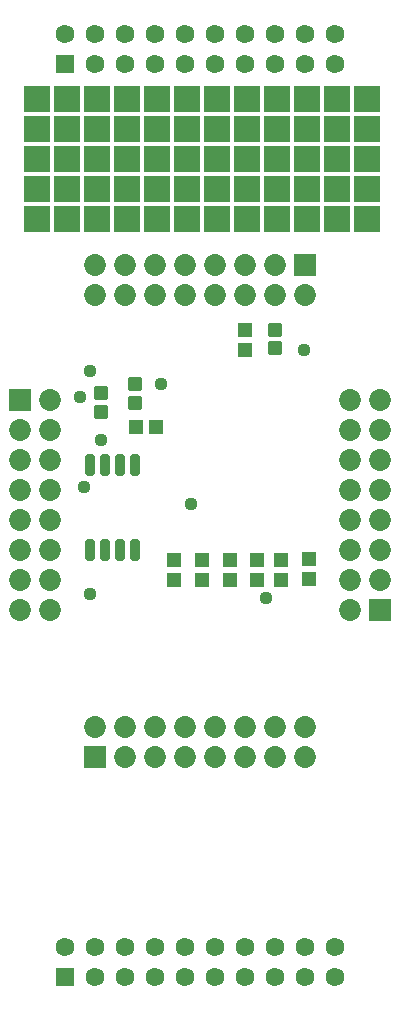
<source format=gbr>
%TF.GenerationSoftware,Altium Limited,Altium Designer,23.4.1 (23)*%
G04 Layer_Color=16711935*
%FSLAX45Y45*%
%MOMM*%
%TF.SameCoordinates,06F9E411-BB4A-4FCF-AF8D-8E7D50D0EFEC*%
%TF.FilePolarity,Negative*%
%TF.FileFunction,Soldermask,Bot*%
%TF.Part,Single*%
G01*
G75*
%TA.AperFunction,SMDPad,CuDef*%
G04:AMPARAMS|DCode=31|XSize=1.1432mm|YSize=1.2232mm|CornerRadius=0.1956mm|HoleSize=0mm|Usage=FLASHONLY|Rotation=270.000|XOffset=0mm|YOffset=0mm|HoleType=Round|Shape=RoundedRectangle|*
%AMROUNDEDRECTD31*
21,1,1.14320,0.83200,0,0,270.0*
21,1,0.75200,1.22320,0,0,270.0*
1,1,0.39120,-0.41600,-0.37600*
1,1,0.39120,-0.41600,0.37600*
1,1,0.39120,0.41600,0.37600*
1,1,0.39120,0.41600,-0.37600*
%
%ADD31ROUNDEDRECTD31*%
%ADD32R,1.20320X1.30320*%
%TA.AperFunction,ComponentPad*%
%ADD37C,1.59320*%
%ADD38R,1.59320X1.59320*%
%ADD39R,1.85320X1.85320*%
%ADD40C,1.85320*%
%TA.AperFunction,ViaPad*%
%ADD41R,2.20320X2.20320*%
%TA.AperFunction,ComponentPad*%
%ADD42R,1.85320X1.85320*%
%TA.AperFunction,SMDPad,CuDef*%
G04:AMPARAMS|DCode=43|XSize=0.7832mm|YSize=1.8132mm|CornerRadius=0.1451mm|HoleSize=0mm|Usage=FLASHONLY|Rotation=180.000|XOffset=0mm|YOffset=0mm|HoleType=Round|Shape=RoundedRectangle|*
%AMROUNDEDRECTD43*
21,1,0.78320,1.52300,0,0,180.0*
21,1,0.49300,1.81320,0,0,180.0*
1,1,0.29020,-0.24650,0.76150*
1,1,0.29020,0.24650,0.76150*
1,1,0.29020,0.24650,-0.76150*
1,1,0.29020,-0.24650,-0.76150*
%
%ADD43ROUNDEDRECTD43*%
%ADD44R,1.30320X1.20320*%
%TA.AperFunction,TestPad*%
%ADD45C,1.12700*%
D31*
X2286000Y5826500D02*
D03*
Y5984500D02*
D03*
X809625Y5286750D02*
D03*
Y5444750D02*
D03*
X1095375Y5524125D02*
D03*
Y5366125D02*
D03*
D32*
X2032000Y5814875D02*
D03*
Y5984875D02*
D03*
X2571750Y4043500D02*
D03*
Y3873500D02*
D03*
X2333625Y4037875D02*
D03*
Y3867875D02*
D03*
X2127250Y4037875D02*
D03*
Y3867875D02*
D03*
X1428750Y4037875D02*
D03*
Y3867875D02*
D03*
X1666875Y4037875D02*
D03*
Y3867875D02*
D03*
X1905000Y4037875D02*
D03*
Y3867875D02*
D03*
D37*
X2794000Y8492000D02*
D03*
Y8238000D02*
D03*
X2540000Y8492000D02*
D03*
Y8238000D02*
D03*
X2286000Y8492000D02*
D03*
Y8238000D02*
D03*
X2032000Y8492000D02*
D03*
Y8238000D02*
D03*
X1778000Y8492000D02*
D03*
Y8238000D02*
D03*
X1524000Y8492000D02*
D03*
Y8238000D02*
D03*
X1270000Y8492000D02*
D03*
Y8238000D02*
D03*
X1016000Y8492000D02*
D03*
Y8238000D02*
D03*
X762000Y8492000D02*
D03*
Y8238000D02*
D03*
X508000Y8492000D02*
D03*
X2794000Y762000D02*
D03*
Y508000D02*
D03*
X2540000Y762000D02*
D03*
Y508000D02*
D03*
X2286000Y762000D02*
D03*
Y508000D02*
D03*
X2032000Y762000D02*
D03*
Y508000D02*
D03*
X1778000Y762000D02*
D03*
Y508000D02*
D03*
X1524000Y762000D02*
D03*
Y508000D02*
D03*
X1270000Y762000D02*
D03*
Y508000D02*
D03*
X1016000Y762000D02*
D03*
Y508000D02*
D03*
X762000Y762000D02*
D03*
Y508000D02*
D03*
X508000Y762000D02*
D03*
D38*
Y8238000D02*
D03*
Y508000D02*
D03*
D39*
X2539000Y6532000D02*
D03*
X761000Y2368000D02*
D03*
D40*
X2539000Y6278000D02*
D03*
X2285000Y6532000D02*
D03*
Y6278000D02*
D03*
X2031000Y6532000D02*
D03*
Y6278000D02*
D03*
X1777000Y6532000D02*
D03*
Y6278000D02*
D03*
X1523000Y6532000D02*
D03*
Y6278000D02*
D03*
X1269000Y6532000D02*
D03*
Y6278000D02*
D03*
X1015000Y6532000D02*
D03*
Y6278000D02*
D03*
X761000Y6532000D02*
D03*
Y6278000D02*
D03*
Y2622000D02*
D03*
X1015000Y2368000D02*
D03*
Y2622000D02*
D03*
X1269000Y2368000D02*
D03*
Y2622000D02*
D03*
X1523000Y2368000D02*
D03*
Y2622000D02*
D03*
X1777000Y2368000D02*
D03*
Y2622000D02*
D03*
X2031000Y2368000D02*
D03*
Y2622000D02*
D03*
X2285000Y2368000D02*
D03*
Y2622000D02*
D03*
X2539000Y2368000D02*
D03*
Y2622000D02*
D03*
X2919000Y3611000D02*
D03*
X3173000Y3865000D02*
D03*
X2919000D02*
D03*
X3173000Y4119000D02*
D03*
X2919000D02*
D03*
X3173000Y4373000D02*
D03*
X2919000D02*
D03*
X3173000Y4627000D02*
D03*
X2919000D02*
D03*
X3173000Y4881000D02*
D03*
X2919000D02*
D03*
X3173000Y5135000D02*
D03*
X2919000D02*
D03*
X3173000Y5389000D02*
D03*
X2919000D02*
D03*
X381000D02*
D03*
X127000Y5135000D02*
D03*
X381000D02*
D03*
X127000Y4881000D02*
D03*
X381000D02*
D03*
X127000Y4627000D02*
D03*
X381000D02*
D03*
X127000Y4373000D02*
D03*
X381000D02*
D03*
X127000Y4119000D02*
D03*
X381000D02*
D03*
X127000Y3865000D02*
D03*
X381000D02*
D03*
X127000Y3611000D02*
D03*
X381000D02*
D03*
D41*
X2555875Y6921500D02*
D03*
X2301875D02*
D03*
X2809875D02*
D03*
X3063875D02*
D03*
X1539875D02*
D03*
X1793875D02*
D03*
X2047875D02*
D03*
X1285875D02*
D03*
X777875D02*
D03*
X523875D02*
D03*
X1031875D02*
D03*
X269875D02*
D03*
X2555875Y7175500D02*
D03*
X2301875D02*
D03*
X2809875D02*
D03*
X3063875D02*
D03*
X1539875D02*
D03*
X1793875D02*
D03*
X2047875D02*
D03*
X1285875D02*
D03*
X777875D02*
D03*
X523875D02*
D03*
X1031875D02*
D03*
X269875D02*
D03*
Y7429500D02*
D03*
X1031875D02*
D03*
X523875D02*
D03*
X777875D02*
D03*
X1285875D02*
D03*
X2047875D02*
D03*
X1793875D02*
D03*
X1539875D02*
D03*
X3063875D02*
D03*
X2809875D02*
D03*
X2301875D02*
D03*
X2555875D02*
D03*
X2301875Y7937500D02*
D03*
Y7683500D02*
D03*
X2555875D02*
D03*
Y7937500D02*
D03*
X3063875D02*
D03*
Y7683500D02*
D03*
X2809875D02*
D03*
Y7937500D02*
D03*
X1285875D02*
D03*
Y7683500D02*
D03*
X1539875D02*
D03*
Y7937500D02*
D03*
X2047875D02*
D03*
Y7683500D02*
D03*
X1793875D02*
D03*
Y7937500D02*
D03*
X777875D02*
D03*
Y7683500D02*
D03*
X1031875D02*
D03*
Y7937500D02*
D03*
X523875D02*
D03*
Y7683500D02*
D03*
X269875D02*
D03*
Y7937500D02*
D03*
D42*
X3173000Y3611000D02*
D03*
X127000Y5389000D02*
D03*
D43*
X1095375Y4837250D02*
D03*
X968375D02*
D03*
X841375D02*
D03*
X714375D02*
D03*
Y4116250D02*
D03*
X841375D02*
D03*
X968375D02*
D03*
X1095375D02*
D03*
D44*
X1105625Y5159375D02*
D03*
X1275625D02*
D03*
D45*
X1571625Y4508500D02*
D03*
X1317625Y5524500D02*
D03*
X2206625Y3714750D02*
D03*
X714375Y3746500D02*
D03*
X635000Y5413375D02*
D03*
X809625Y5048250D02*
D03*
X2524125Y5810250D02*
D03*
X666750Y4651375D02*
D03*
X714375Y5635625D02*
D03*
%TF.MD5,0527a4f3a5102848b930c13921167998*%
M02*

</source>
